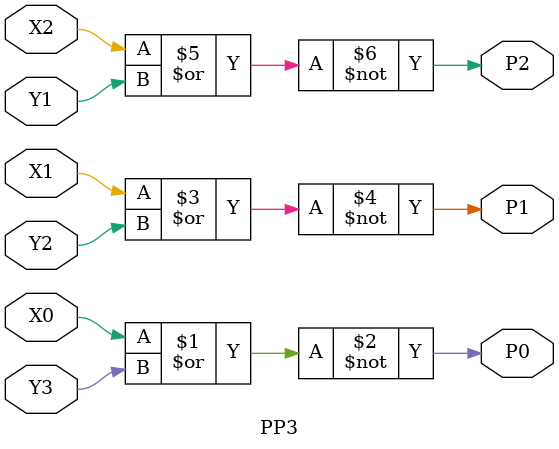
<source format=v>
module PP3(X0, X1, X2, Y1, Y2, Y3, P0, P1, P2);
input   X0;
input   X1;
input   X2;
input   Y1;
input   Y2;
input   Y3;
output  P0;
output  P1;
output  P2;
nor g0(P0, X0, Y3);
nor g1(P1, X1, Y2);
nor g2(P2, X2, Y1);
endmodule
</source>
